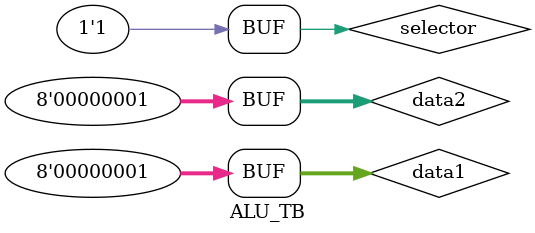
<source format=v>
`timescale 1ns / 1ps
`timescale 1 ns/10 ps

module ALU_TB;
    reg [7:0] data1, data2;
    reg selector;
    wire [7:0] result;
    
    localparam period = 20;
    
    ALU UUT (.data1(data1), .data2(data2), .selector(selector));
    
    initial 
        begin
            data1 = 00000001;
            data2 = 00000001;
            selector = 1;
            #period;
    end
    
endmodule

</source>
